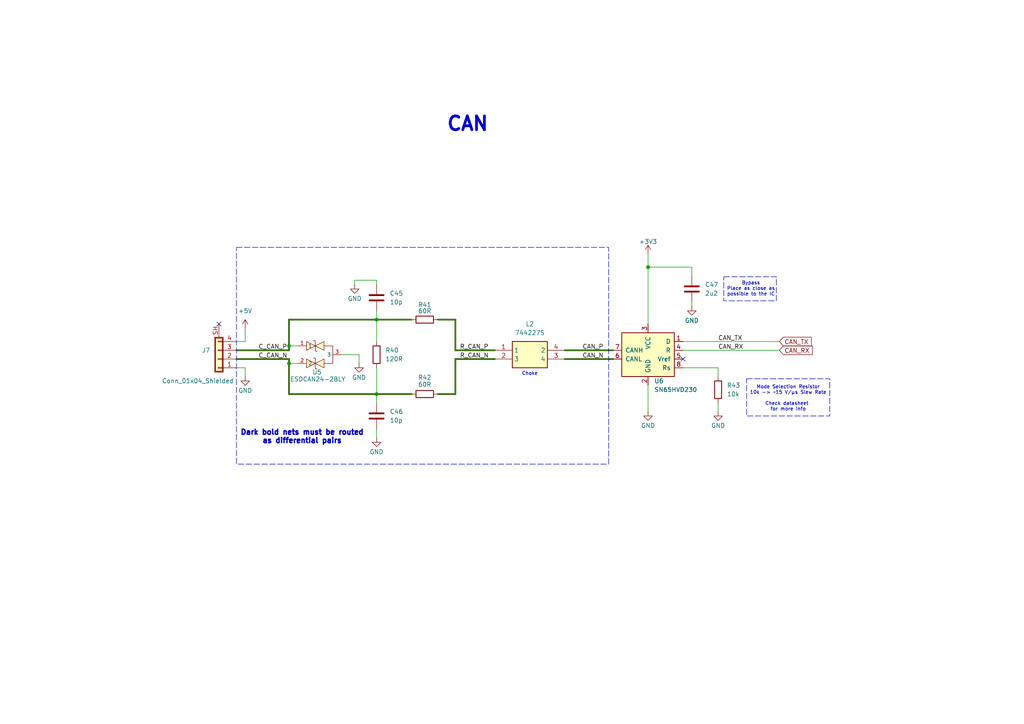
<source format=kicad_sch>
(kicad_sch (version 20231120) (generator "eeschema") (generator_version "8.0")
  (paper "A4")
  (title_block (title "CAN") (rev "0"))
  (lib_symbols
    (symbol "744227S:744227S"
      (property "Reference" "L" (at 16.51 7.62 0))
      (property "Value" "744227S" (at 16.51 5.08 0))
      (symbol "744227S_1_1"
        (rectangle (start 5.08 2.54) (end 15.24 -5.08) (stroke (width 0.254)) (fill (type background)))
        (pin passive line (at 0 0 0) (length 5.08) (name "1") (number "1"))
        (pin passive line (at 0 -2.54 0) (length 5.08) (name "3") (number "2"))
        (pin passive line (at 20.32 -2.54 180) (length 5.08) (name "4") (number "3"))
        (pin passive line (at 20.32 0 180) (length 5.08) (name "2") (number "4"))
      )
    )
    (symbol "Connector_Generic_Shielded:Conn_01x04_Shielded" (pin_names (offset 1.016) hide)
      (property "Reference" "J" (at 0.254 4.826 0))
      (property "Value" "Conn_01x04_Shielded" (at 1.016 -7.366 0))
      (symbol "Conn_01x04_Shielded_1_1"
        (rectangle (start -1.27 3.81) (end 1.27 -6.35) (stroke (width 0.1524)))
        (rectangle (start -1.016 -4.953) (end 0.254 -5.207) (stroke (width 0.1524)))
        (rectangle (start -1.016 -2.413) (end 0.254 -2.667) (stroke (width 0.1524)))
        (rectangle (start -1.016 0.127) (end 0.254 -0.127) (stroke (width 0.1524)))
        (rectangle (start -1.016 2.667) (end 0.254 2.413) (stroke (width 0.1524)))
        (rectangle (start -1.016 3.556) (end 1.016 -6.096) (stroke (width 0.254)) (fill (type background)))
        (pin passive line (at -5.08 2.54 0) (length 4.064) (name "Pin_1") (number "1"))
        (pin passive line (at -5.08 0 0) (length 4.064) (name "Pin_2") (number "2"))
        (pin passive line (at -5.08 -2.54 0) (length 4.064) (name "Pin_3") (number "3"))
        (pin passive line (at -5.08 -5.08 0) (length 4.064) (name "Pin_4") (number "4"))
        (pin passive line (at 0 -10.16 90) (length 3.81) (name "Shield") (number "SH"))
      )
    )
    (symbol "Device:C" (pin_numbers hide) (pin_names (offset 0.254))
      (property "Reference" "C" (at 0.635 2.54 0))
      (property "Value" "C" (at 0.635 -2.54 0))
      (symbol "C_0_1"
        (polyline (pts (xy -2.032 -0.762) (xy 2.032 -0.762)) (stroke (width 0.508)))
        (polyline (pts (xy -2.032 0.762) (xy 2.032 0.762)) (stroke (width 0.508)))
      )
      (symbol "C_1_1"
        (pin passive line (at 0 3.81 270) (length 2.794) (name "~") (number "1"))
        (pin passive line (at 0 -3.81 90) (length 2.794) (name "~") (number "2"))
      )
    )
    (symbol "Device:R" (pin_numbers hide) (pin_names (offset 0))
      (property "Reference" "R" (at 2.032 0 90))
      (property "Value" "R" (at 0 0 90))
      (symbol "R_0_1"
        (rectangle (start -1.016 -2.54) (end 1.016 2.54) (stroke (width 0.254)))
      )
      (symbol "R_1_1"
        (pin passive line (at 0 3.81 270) (length 1.27) (name "~") (number "1"))
        (pin passive line (at 0 -3.81 90) (length 1.27) (name "~") (number "2"))
      )
    )
    (symbol "ESDCAN24-2BLY:ESDCAN24-2BLY"
      (property "Reference" "U" (at 0 1.27 0))
      (property "Value" "ESDCAN24-2BLY" (at 0 -2.54 0))
      (symbol "ESDCAN24-2BLY_0_1"
        (polyline (pts (xy -3.81 -2.54) (xy -2.54 0) (xy -1.27 -2.54) (xy -3.81 -2.54)) (fill (type background)))
        (polyline (pts (xy -3.81 2.54) (xy -2.54 0) (xy -1.27 2.54) (xy -3.81 2.54)) (fill (type background)))
        (polyline (pts (xy -2.54 2.54) (xy -2.54 5.08) (xy 2.54 5.08) (xy 2.54 2.54)))
        (polyline (pts (xy 1.27 -2.54) (xy 2.54 0) (xy 3.81 -2.54) (xy 1.27 -2.54)) (fill (type background)))
        (polyline (pts (xy 1.27 2.54) (xy 2.54 0) (xy 3.81 2.54) (xy 1.27 2.54)) (fill (type background)))
        (polyline (pts (xy -4.064 -0.508) (xy -4.064 -0.508) (xy -4.064 0) (xy -1.016 0) (xy -1.016 0.508) (xy -1.016 0.508)))
        (polyline (pts (xy 1.016 -0.508) (xy 1.016 -0.508) (xy 1.016 0) (xy 4.064 0) (xy 4.064 0.508) (xy 4.064 0.508)))
        (pin unspecified line (at -2.54 -5.08 90) (length 2.54) (name "1") (number "1"))
        (pin unspecified line (at 2.54 -5.08 90) (length 2.54) (name "2") (number "2"))
        (pin unspecified line (at 0 7.62 270) (length 2.54) (name "3") (number "3"))
      )
    )
    (symbol "Interface_CAN_LIN:SN65HVD230" (pin_names (offset 1.016))
      (property "Reference" "U" (at -2.54 10.16 0))
      (property "Value" "SN65HVD230" (at -2.54 7.62 0))
      (symbol "SN65HVD230_0_1"
        (rectangle (start -7.62 5.08) (end 7.62 -7.62) (stroke (width 0.254)) (fill (type background)))
      )
      (symbol "SN65HVD230_1_1"
        (pin input line (at -10.16 2.54 0) (length 2.54) (name "D") (number "1"))
        (pin power_in line (at 0 -10.16 90) (length 2.54) (name "GND") (number "2"))
        (pin power_in line (at 0 7.62 270) (length 2.54) (name "VCC") (number "3"))
        (pin output line (at -10.16 0 0) (length 2.54) (name "R") (number "4"))
        (pin output line (at -10.16 -2.54 0) (length 2.54) (name "Vref") (number "5"))
        (pin bidirectional line (at 10.16 -2.54 180) (length 2.54) (name "CANL") (number "6"))
        (pin bidirectional line (at 10.16 0 180) (length 2.54) (name "CANH") (number "7"))
        (pin input line (at -10.16 -5.08 0) (length 2.54) (name "Rs") (number "8"))
      )
    )
    (symbol "power:+3V3" (power) (pin_numbers hide) (pin_names (offset 0) hide)
      (property "Value" "+3V3" (at 0 3.556 0))
      (symbol "+3V3_0_1"
        (polyline (pts (xy -0.762 1.27) (xy 0 2.54)))
        (polyline (pts (xy 0 0) (xy 0 2.54)))
        (polyline (pts (xy 0 2.54) (xy 0.762 1.27)))
      )
      (symbol "+3V3_1_1"
        (pin power_in line (at 0 0 90) (length 0) (name "~") (number "1"))
      )
    )
    (symbol "power:+5V" (power) (pin_numbers hide) (pin_names (offset 0) hide)
      (property "Value" "+5V" (at 0 3.556 0))
      (symbol "+5V_0_1"
        (polyline (pts (xy -0.762 1.27) (xy 0 2.54)))
        (polyline (pts (xy 0 0) (xy 0 2.54)))
        (polyline (pts (xy 0 2.54) (xy 0.762 1.27)))
      )
      (symbol "+5V_1_1"
        (pin power_in line (at 0 0 90) (length 0) (name "~") (number "1"))
      )
    )
    (symbol "power:GND" (power) (pin_numbers hide) (pin_names (offset 0) hide)
      (property "Value" "GND" (at 0 -3.81 0))
      (symbol "GND_0_1"
        (polyline (pts (xy 0 0) (xy 0 -1.27) (xy 1.27 -1.27) (xy 0 -2.54) (xy -1.27 -1.27) (xy 0 -1.27)))
      )
      (symbol "GND_1_1"
        (pin power_in line (at 0 0 270) (length 0) (name "~") (number "1"))
      )
    )
  )
  (junction (at 109.22 114.3))
  (junction (at 187.96 77.47))
  (junction (at 109.22 92.71))
  (junction (at 83.82 105.41))
  (junction (at 83.82 100.33))
  (no_connect (at 63.5 93.98))
  (no_connect (at 198.12 104.14))
  (wire (pts (xy 83.82 104.14) (xy 68.58 104.14)) (stroke (width 0.5) (color 51 104 10 1)))
  (wire (pts (xy 187.96 111.76) (xy 187.96 119.38)))
  (wire (pts (xy 68.58 99.06) (xy 71.12 99.06)))
  (wire (pts (xy 83.82 105.41) (xy 83.82 104.14)) (stroke (width 0.5) (color 51 104 10 1)))
  (wire (pts (xy 109.22 99.06) (xy 109.22 92.71)))
  (wire (pts (xy 109.22 114.3) (xy 83.82 114.3)) (stroke (width 0.5) (color 51 104 10 1)))
  (wire (pts (xy 83.82 92.71) (xy 83.82 100.33)) (stroke (width 0.5) (color 51 104 10 1)))
  (wire (pts (xy 71.12 106.68) (xy 71.12 109.22)))
  (wire (pts (xy 109.22 92.71) (xy 83.82 92.71)) (stroke (width 0.5) (color 51 104 10 1)))
  (wire (pts (xy 143.51 101.6) (xy 132.08 101.6)) (stroke (width 0.5) (color 51 104 10 1)))
  (wire (pts (xy 132.08 104.14) (xy 132.08 114.3)) (stroke (width 0.5) (color 51 104 10 1)))
  (wire (pts (xy 187.96 77.47) (xy 187.96 93.98)))
  (wire (pts (xy 200.66 80.01) (xy 200.66 77.47)))
  (wire (pts (xy 198.12 101.6) (xy 226.06 101.6)))
  (wire (pts (xy 109.22 82.55) (xy 109.22 81.28)))
  (wire (pts (xy 102.87 81.28) (xy 102.87 82.55)))
  (wire (pts (xy 68.58 106.68) (xy 71.12 106.68)))
  (wire (pts (xy 83.82 100.33) (xy 86.36 100.33)))
  (wire (pts (xy 68.58 101.6) (xy 83.82 101.6)) (stroke (width 0.5) (color 51 104 10 1)))
  (wire (pts (xy 200.66 77.47) (xy 187.96 77.47)))
  (wire (pts (xy 109.22 106.68) (xy 109.22 114.3)))
  (wire (pts (xy 132.08 101.6) (xy 132.08 92.71)) (stroke (width 0.5) (color 51 104 10 1)))
  (wire (pts (xy 208.28 109.22) (xy 208.28 106.68)))
  (wire (pts (xy 200.66 87.63) (xy 200.66 88.9)))
  (wire (pts (xy 208.28 106.68) (xy 198.12 106.68)))
  (wire (pts (xy 71.12 95.25) (xy 71.12 99.06)))
  (wire (pts (xy 104.14 102.87) (xy 104.14 105.41)))
  (wire (pts (xy 109.22 114.3) (xy 119.38 114.3)) (stroke (width 0.5) (color 51 104 10 1)))
  (wire (pts (xy 132.08 114.3) (xy 127 114.3)) (stroke (width 0.5) (color 51 104 10 1)))
  (wire (pts (xy 86.36 105.41) (xy 83.82 105.41)))
  (wire (pts (xy 99.06 102.87) (xy 104.14 102.87)))
  (wire (pts (xy 109.22 124.46) (xy 109.22 127)))
  (wire (pts (xy 83.82 101.6) (xy 83.82 100.33)) (stroke (width 0.5) (color 51 104 10 1)))
  (wire (pts (xy 163.83 101.6) (xy 177.8 101.6)) (stroke (width 0.5) (color 51 104 10 1)))
  (wire (pts (xy 132.08 92.71) (xy 127 92.71)) (stroke (width 0.5) (color 51 104 10 1)))
  (wire (pts (xy 109.22 92.71) (xy 119.38 92.71)) (stroke (width 0.5) (color 51 104 10 1)))
  (wire (pts (xy 198.12 99.06) (xy 226.06 99.06)))
  (wire (pts (xy 163.83 104.14) (xy 177.8 104.14)) (stroke (width 0.5) (color 51 104 10 1)))
  (wire (pts (xy 208.28 116.84) (xy 208.28 119.38)))
  (wire (pts (xy 109.22 90.17) (xy 109.22 92.71)))
  (wire (pts (xy 109.22 81.28) (xy 102.87 81.28)))
  (wire (pts (xy 83.82 114.3) (xy 83.82 105.41)) (stroke (width 0.5) (color 51 104 10 1)))
  (wire (pts (xy 109.22 114.3) (xy 109.22 116.84)))
  (wire (pts (xy 143.51 104.14) (xy 132.08 104.14)) (stroke (width 0.5) (color 51 104 10 1)))
  (wire (pts (xy 187.96 73.66) (xy 187.96 77.47)))
  (rectangle (start 68.58 71.755) (end 176.53 134.62) (stroke (width 0) (type dash)))
  (rectangle (start 209.931 80.264) (end 225.171 87.249) (stroke (width 0) (type dash)))
  (rectangle (start 216.535 109.855) (end 240.665 120.65) (stroke (width 0) (type dash)))
  (text "Dark bold nets must be routed\nas differential pairs" (at 87.63 126.746 0) (effects (font (size 1.5 1.5) (thickness 0.8) (bold yes))))
  (text "Mode Selection Resistor\n10k -> ~15 V/µs Slew Rate\n\nCheck datasheet \nfor more info" (at 228.6 115.57 0) (effects (font (size 1 1))))
  (text "Bypass\nPlace as close as\npossible to the IC" (at 217.805 83.82 0) (effects (font (size 1 1))))
  (text "${TITLE}" (at 135.636 36.068 0) (effects (font (size 4 4) (thickness 0.8) (bold yes))))
  (text "Choke" (at 153.67 108.458 0) (effects (font (size 1 1))))
  (label "R_CAN_N" (at 133.35 104.14 0))
  (label "CAN_RX" (at 208.28 101.6 0))
  (label "R_CAN_P" (at 133.35 101.6 0))
  (label "CAN_N" (at 168.91 104.14 0))
  (label "CAN_TX" (at 208.28 99.06 0))
  (label "C_CAN_N" (at 74.93 104.14 0))
  (label "CAN_P" (at 168.91 101.6 0))
  (label "C_CAN_P" (at 74.93 101.6 0))
  (global_label "CAN_TX" (shape input) (at 226.06 99.06 0) (property "Intersheetrefs" "${INTERSHEET_REFS}" (effects (hide yes))))
  (global_label "CAN_RX" (shape input) (at 226.06 101.6 0) (property "Intersheetrefs" "${INTERSHEET_REFS}" (effects (hide yes))))
  (symbol (lib_id "power:GND") (at 104.14 105.41 0) (unit 1)
    (property "Reference" "#PWR058" (effects (hide yes)))
    (property "Value" "GND" (at 104.14 109.474 0))
    (property "Description" "Power symbol creates a global label with name \"GND\" , ground" (effects (hide yes)))
  )
  (symbol (lib_id "Device:C") (at 200.66 83.82 0) (unit 1)
    (property "Reference" "C47" (at 204.47 82.5499 0) (effects (justify left)))
    (property "Value" "2u2" (at 204.47 85.0899 0) (effects (justify left)))
    (property "Description" "Unpolarized capacitor" (effects (hide yes)))
  )
  (symbol (lib_id "power:+3V3") (at 187.96 73.66 0) (unit 1)
    (property "Reference" "#PWR062" (effects (hide yes)))
    (property "Value" "+3V3" (at 187.96 70.104 0))
    (property "Description" "Power symbol creates a global label with name \"+3V3\"" (effects (hide yes)))
  )
  (symbol (lib_id "power:GND") (at 200.66 88.9 0) (unit 1)
    (property "Reference" "#PWR063" (effects (hide yes)))
    (property "Value" "GND" (at 200.66 92.964 0))
    (property "Description" "Power symbol creates a global label with name \"GND\" , ground" (effects (hide yes)))
  )
  (symbol (lib_id "Device:R") (at 123.19 114.3 90) (unit 1)
    (property "Reference" "R42" (at 123.19 109.474 90))
    (property "Value" "60R" (at 123.19 111.506 90))
    (property "Description" "Resistor" (effects (hide yes)))
  )
  (symbol (lib_id "power:GND") (at 208.28 119.38 0) (unit 1)
    (property "Reference" "#PWR064" (effects (hide yes)))
    (property "Value" "GND" (at 208.28 123.444 0))
    (property "Description" "Power symbol creates a global label with name \"GND\" , ground" (effects (hide yes)))
  )
  (symbol (lib_id "Device:C") (at 109.22 86.36 0) (unit 1)
    (property "Reference" "C45" (at 113.03 85.0899 0) (effects (justify left)))
    (property "Value" "10p" (at 113.03 87.6299 0) (effects (justify left)))
    (property "Description" "Unpolarized capacitor" (effects (hide yes)))
  )
  (symbol (lib_id "Device:R") (at 109.22 102.87 0) (unit 1)
    (property "Reference" "R40" (at 111.76 101.5999 0) (effects (justify left)))
    (property "Value" "120R" (at 111.76 104.1399 0) (effects (justify left)))
    (property "Description" "Resistor" (effects (hide yes)))
  )
  (symbol (lib_id "power:GND") (at 102.87 82.55 0) (unit 1)
    (property "Reference" "#PWR060" (effects (hide yes)))
    (property "Value" "GND" (at 102.87 86.614 0))
    (property "Description" "Power symbol creates a global label with name \"GND\" , ground" (effects (hide yes)))
  )
  (symbol (lib_id "Connector_Generic_Shielded:Conn_01x04_Shielded") (at 63.5 104.14 180) (unit 1)
    (property "Reference" "J7" (at 60.96 101.5999 0) (effects (justify left)))
    (property "Value" "Conn_01x04_Shielded" (at 67.818 110.49 0) (effects (justify left)))
    (property "Description" "Generic shielded connector, single row, 01x04, script generated (kicad-library-utils/schlib/autogen/connector/)" (effects (hide yes)))
  )
  (symbol (lib_id "power:GND") (at 71.12 109.22 0) (unit 1)
    (property "Reference" "#PWR057" (effects (hide yes)))
    (property "Value" "GND" (at 71.12 113.284 0))
    (property "Description" "Power symbol creates a global label with name \"GND\" , ground" (effects (hide yes)))
  )
  (symbol (lib_id "ESDCAN24-2BLY:ESDCAN24-2BLY") (at 91.44 102.87 270) (unit 1)
    (property "Reference" "U5" (at 91.948 107.95 90))
    (property "Value" "ESDCAN24-2BLY" (at 92.202 109.982 90))
    (property "Footprint" "footprint:SOT-23-3_L3.0-W1.7-P0.95-LS2.9-BR" (effects (hide yes)))
    (property "Datasheet" "https://item.szlcsc.com/139341.html" (effects (hide yes)))
    (property "LCSC" "C246766" (effects (hide yes)))
  )
  (symbol (lib_id "744227S:744227S") (at 143.51 101.6 0) (unit 1)
    (property "Reference" "L2" (at 153.67 93.98 0))
    (property "Value" "744227S" (at 153.67 96.52 0))
    (property "Footprint" "WE-SL274" (effects (hide yes)))
    (property "Datasheet" "http://componentsearchengine.com/Datasheets/1/744227S.pdf" (effects (hide yes)))
    (property "Description" "SMD Common-Mode Line Filter WE-SL2" (effects (hide yes)))
    (property "Manufacturer_Name" "Wurth Elektronik" (effects (hide yes)))
    (property "Manufacturer_Part_Number" "744227S" (effects (hide yes)))
    (property "Mouser Part Number" "710-744227S" (effects (hide yes)))
    (property "Mouser Price/Stock" "https://www.mouser.co.uk/ProductDetail/Wurth-Elektronik/744227S?qs=PGXP4M47uW6UzRbcLRn7mw%3D%3D" (effects (hide yes)))
  )
  (symbol (lib_id "Interface_CAN_LIN:SN65HVD230") (at 187.96 101.6 0) (mirror y) (unit 1)
    (property "Reference" "U6" (at 189.738 110.49 0) (effects (justify right)))
    (property "Value" "SN65HVD230" (at 189.738 113.03 0) (effects (justify right)))
    (property "Footprint" "Package_SO:SOIC-8_3.9x4.9mm_P1.27mm" (effects (hide yes)))
    (property "Datasheet" "http://www.ti.com/lit/ds/symlink/sn65hvd230.pdf" (effects (hide yes)))
    (property "Description" "CAN Bus Transceivers, 3.3V, 1Mbps, Low-Power capabilities, SOIC-8" (effects (hide yes)))
  )
  (symbol (lib_id "power:+5V") (at 71.12 95.25 0) (unit 1)
    (property "Reference" "#PWR056" (effects (hide yes)))
    (property "Value" "+5V" (at 71.12 90.17 0))
    (property "Description" "Power symbol creates a global label with name \"+5V\"" (effects (hide yes)))
  )
  (symbol (lib_id "Device:C") (at 109.22 120.65 0) (unit 1)
    (property "Reference" "C46" (at 113.03 119.3799 0) (effects (justify left)))
    (property "Value" "10p" (at 113.03 121.9199 0) (effects (justify left)))
    (property "Description" "Unpolarized capacitor" (effects (hide yes)))
  )
  (symbol (lib_id "power:GND") (at 187.96 119.38 0) (unit 1)
    (property "Reference" "#PWR061" (effects (hide yes)))
    (property "Value" "GND" (at 187.96 123.444 0))
    (property "Description" "Power symbol creates a global label with name \"GND\" , ground" (effects (hide yes)))
  )
  (symbol (lib_id "Device:R") (at 208.28 113.03 0) (unit 1)
    (property "Reference" "R43" (at 210.82 111.7599 0) (effects (justify left)))
    (property "Value" "10k" (at 210.82 114.2999 0) (effects (justify left)))
    (property "Description" "Resistor" (effects (hide yes)))
  )
  (symbol (lib_id "power:GND") (at 109.22 127 0) (unit 1)
    (property "Reference" "#PWR059" (effects (hide yes)))
    (property "Value" "GND" (at 109.22 131.064 0))
    (property "Description" "Power symbol creates a global label with name \"GND\" , ground" (effects (hide yes)))
  )
  (symbol (lib_id "Device:R") (at 123.19 92.71 90) (unit 1)
    (property "Reference" "R41" (at 123.19 88.392 90))
    (property "Value" "60R" (at 123.19 90.17 90))
    (property "Description" "Resistor" (effects (hide yes)))
  )
)
</source>
